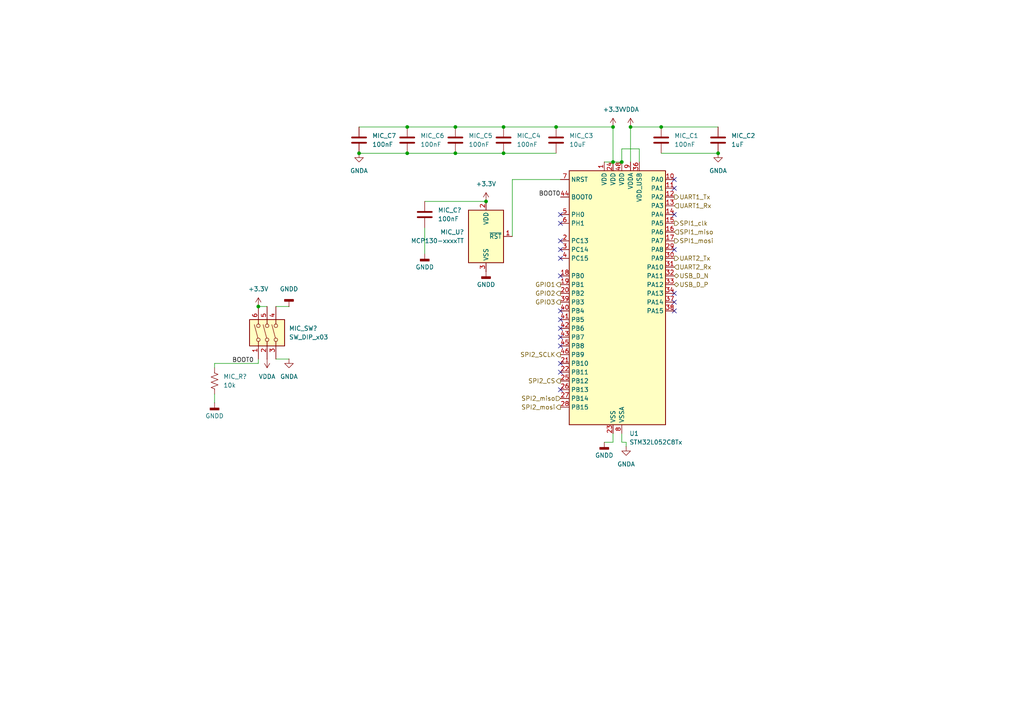
<source format=kicad_sch>
(kicad_sch (version 20231120) (generator "eeschema") (generator_version "8.0")
  (paper "A4")
  (lib_symbols
    (symbol "Device:C" (pin_numbers hide) (pin_names (offset 0.254))
      (property "Reference" "C" (at 0.635 2.54 0))
      (property "Value" "C" (at 0.635 -2.54 0))
      (symbol "C_0_1"
        (polyline (pts (xy -2.032 -0.762) (xy 2.032 -0.762)) (stroke (width 0.508)))
        (polyline (pts (xy -2.032 0.762) (xy 2.032 0.762)) (stroke (width 0.508)))
      )
      (symbol "C_1_1"
        (pin passive line (at 0 3.81 270) (length 2.794) (name "~") (number "1"))
        (pin passive line (at 0 -3.81 90) (length 2.794) (name "~") (number "2"))
      )
    )
    (symbol "Device:R_US" (pin_numbers hide) (pin_names (offset 0))
      (property "Reference" "R" (at 2.54 0 90))
      (property "Value" "R_US" (at -2.54 0 90))
      (symbol "R_US_0_1"
        (polyline (pts (xy 0 -2.286) (xy 0 -2.54)))
        (polyline (pts (xy 0 2.286) (xy 0 2.54)))
        (polyline (pts (xy 0 -0.762) (xy 1.016 -1.143) (xy 0 -1.524) (xy -1.016 -1.905) (xy 0 -2.286)))
        (polyline (pts (xy 0 0.762) (xy 1.016 0.381) (xy 0 0) (xy -1.016 -0.381) (xy 0 -0.762)))
        (polyline (pts (xy 0 2.286) (xy 1.016 1.905) (xy 0 1.524) (xy -1.016 1.143) (xy 0 0.762)))
      )
      (symbol "R_US_1_1"
        (pin passive line (at 0 3.81 270) (length 1.27) (name "~") (number "1"))
        (pin passive line (at 0 -3.81 90) (length 1.27) (name "~") (number "2"))
      )
    )
    (symbol "MCU_ST_STM32L0:STM32L052C8Tx"
      (property "Reference" "U" (at -12.7 39.37 0))
      (property "Value" "STM32L052C8Tx" (at 10.16 39.37 0))
      (symbol "STM32L052C8Tx_0_1"
        (rectangle (start -12.7 -35.56) (end 15.24 38.1) (stroke (width 0.254)) (fill (type background)))
      )
      (symbol "STM32L052C8Tx_1_1"
        (pin power_in line (at -2.54 40.64 270) (length 2.54) (name "VDD") (number "1"))
        (pin bidirectional line (at 17.78 35.56 180) (length 2.54) (name "PA0") (number "10"))
        (pin bidirectional line (at 17.78 33.02 180) (length 2.54) (name "PA1") (number "11"))
        (pin bidirectional line (at 17.78 30.48 180) (length 2.54) (name "PA2") (number "12"))
        (pin bidirectional line (at 17.78 27.94 180) (length 2.54) (name "PA3") (number "13"))
        (pin bidirectional line (at 17.78 25.4 180) (length 2.54) (name "PA4") (number "14"))
        (pin bidirectional line (at 17.78 22.86 180) (length 2.54) (name "PA5") (number "15"))
        (pin bidirectional line (at 17.78 20.32 180) (length 2.54) (name "PA6") (number "16"))
        (pin bidirectional line (at 17.78 17.78 180) (length 2.54) (name "PA7") (number "17"))
        (pin bidirectional line (at -15.24 7.62 0) (length 2.54) (name "PB0") (number "18"))
        (pin bidirectional line (at -15.24 5.08 0) (length 2.54) (name "PB1") (number "19"))
        (pin bidirectional line (at -15.24 17.78 0) (length 2.54) (name "PC13") (number "2"))
        (pin bidirectional line (at -15.24 2.54 0) (length 2.54) (name "PB2") (number "20"))
        (pin bidirectional line (at -15.24 -17.78 0) (length 2.54) (name "PB10") (number "21"))
        (pin bidirectional line (at -15.24 -20.32 0) (length 2.54) (name "PB11") (number "22"))
        (pin power_in line (at 0 -38.1 90) (length 2.54) (name "VSS") (number "23"))
        (pin power_in line (at 0 40.64 270) (length 2.54) (name "VDD") (number "24"))
        (pin bidirectional line (at -15.24 -22.86 0) (length 2.54) (name "PB12") (number "25"))
        (pin bidirectional line (at -15.24 -25.4 0) (length 2.54) (name "PB13") (number "26"))
        (pin bidirectional line (at -15.24 -27.94 0) (length 2.54) (name "PB14") (number "27"))
        (pin bidirectional line (at -15.24 -30.48 0) (length 2.54) (name "PB15") (number "28"))
        (pin bidirectional line (at 17.78 15.24 180) (length 2.54) (name "PA8") (number "29"))
        (pin bidirectional line (at -15.24 15.24 0) (length 2.54) (name "PC14") (number "3"))
        (pin bidirectional line (at 17.78 12.7 180) (length 2.54) (name "PA9") (number "30"))
        (pin bidirectional line (at 17.78 10.16 180) (length 2.54) (name "PA10") (number "31"))
        (pin bidirectional line (at 17.78 7.62 180) (length 2.54) (name "PA11") (number "32"))
        (pin bidirectional line (at 17.78 5.08 180) (length 2.54) (name "PA12") (number "33"))
        (pin bidirectional line (at 17.78 2.54 180) (length 2.54) (name "PA13") (number "34"))
        (pin passive line (at 0 -38.1 90) (length 2.54) hide (name "VSS") (number "35"))
        (pin power_in line (at 7.62 40.64 270) (length 2.54) (name "VDD_USB") (number "36"))
        (pin bidirectional line (at 17.78 0 180) (length 2.54) (name "PA14") (number "37"))
        (pin bidirectional line (at 17.78 -2.54 180) (length 2.54) (name "PA15") (number "38"))
        (pin bidirectional line (at -15.24 0 0) (length 2.54) (name "PB3") (number "39"))
        (pin bidirectional line (at -15.24 12.7 0) (length 2.54) (name "PC15") (number "4"))
        (pin bidirectional line (at -15.24 -2.54 0) (length 2.54) (name "PB4") (number "40"))
        (pin bidirectional line (at -15.24 -5.08 0) (length 2.54) (name "PB5") (number "41"))
        (pin bidirectional line (at -15.24 -7.62 0) (length 2.54) (name "PB6") (number "42"))
        (pin bidirectional line (at -15.24 -10.16 0) (length 2.54) (name "PB7") (number "43"))
        (pin input line (at -15.24 30.48 0) (length 2.54) (name "BOOT0") (number "44"))
        (pin bidirectional line (at -15.24 -12.7 0) (length 2.54) (name "PB8") (number "45"))
        (pin bidirectional line (at -15.24 -15.24 0) (length 2.54) (name "PB9") (number "46"))
        (pin passive line (at 0 -38.1 90) (length 2.54) hide (name "VSS") (number "47"))
        (pin power_in line (at 2.54 40.64 270) (length 2.54) (name "VDD") (number "48"))
        (pin bidirectional line (at -15.24 25.4 0) (length 2.54) (name "PH0") (number "5"))
        (pin bidirectional line (at -15.24 22.86 0) (length 2.54) (name "PH1") (number "6"))
        (pin input line (at -15.24 35.56 0) (length 2.54) (name "NRST") (number "7"))
        (pin power_in line (at 2.54 -38.1 90) (length 2.54) (name "VSSA") (number "8"))
        (pin power_in line (at 5.08 40.64 270) (length 2.54) (name "VDDA") (number "9"))
      )
    )
    (symbol "Power_Supervisor:MCP130-xxxxTT"
      (property "Reference" "U" (at -5.08 8.89 0))
      (property "Value" "MCP130-xxxxTT" (at 8.89 8.89 0))
      (symbol "MCP130-xxxxTT_0_1"
        (rectangle (start 5.08 7.62) (end -5.08 -7.62) (stroke (width 0.254)) (fill (type background)))
      )
      (symbol "MCP130-xxxxTT_1_1"
        (pin open_collector line (at 7.62 0 180) (length 2.54) (name "~{RST}") (number "1"))
        (pin power_in line (at 0 10.16 270) (length 2.54) (name "VDD") (number "2"))
        (pin power_in line (at 0 -10.16 90) (length 2.54) (name "VSS") (number "3"))
      )
    )
    (symbol "Switch:SW_DIP_x03" (pin_names (offset 0) hide)
      (property "Reference" "SW" (at 0 6.35 0))
      (property "Value" "SW_DIP_x03" (at 0 -6.35 0))
      (symbol "SW_DIP_x03_0_0"
        (circle (center -2.032 -2.54) (radius 0.508))
        (circle (center -2.032 0) (radius 0.508))
        (circle (center -2.032 2.54) (radius 0.508))
        (polyline (pts (xy -1.524 -2.413) (xy 2.3622 -1.3716)))
        (polyline (pts (xy -1.524 0.127) (xy 2.3622 1.1684)))
        (polyline (pts (xy -1.524 2.667) (xy 2.3622 3.7084)))
        (circle (center 2.032 -2.54) (radius 0.508))
        (circle (center 2.032 0) (radius 0.508))
        (circle (center 2.032 2.54) (radius 0.508))
      )
      (symbol "SW_DIP_x03_0_1"
        (rectangle (start -3.81 5.08) (end 3.81 -5.08) (stroke (width 0.254)) (fill (type background)))
      )
      (symbol "SW_DIP_x03_1_1"
        (pin passive line (at -7.62 2.54 0) (length 5.08) (name "~") (number "1"))
        (pin passive line (at -7.62 0 0) (length 5.08) (name "~") (number "2"))
        (pin passive line (at -7.62 -2.54 0) (length 5.08) (name "~") (number "3"))
        (pin passive line (at 7.62 -2.54 180) (length 5.08) (name "~") (number "4"))
        (pin passive line (at 7.62 0 180) (length 5.08) (name "~") (number "5"))
        (pin passive line (at 7.62 2.54 180) (length 5.08) (name "~") (number "6"))
      )
    )
    (symbol "power:+3.3V" (power) (pin_numbers hide) (pin_names (offset 0) hide)
      (property "Value" "+3.3V" (at 0 3.556 0))
      (symbol "+3.3V_0_1"
        (polyline (pts (xy -0.762 1.27) (xy 0 2.54)))
        (polyline (pts (xy 0 0) (xy 0 2.54)))
        (polyline (pts (xy 0 2.54) (xy 0.762 1.27)))
      )
      (symbol "+3.3V_1_1"
        (pin power_in line (at 0 0 90) (length 0) (name "~") (number "1"))
      )
    )
    (symbol "power:GNDA" (power) (pin_numbers hide) (pin_names (offset 0) hide)
      (property "Value" "GNDA" (at 0 -3.81 0))
      (symbol "GNDA_0_1"
        (polyline (pts (xy 0 0) (xy 0 -1.27) (xy 1.27 -1.27) (xy 0 -2.54) (xy -1.27 -1.27) (xy 0 -1.27)))
      )
      (symbol "GNDA_1_1"
        (pin power_in line (at 0 0 270) (length 0) (name "~") (number "1"))
      )
    )
    (symbol "power:GNDD" (power) (pin_numbers hide) (pin_names (offset 0) hide)
      (property "Value" "GNDD" (at 0 -3.175 0))
      (symbol "GNDD_0_1"
        (rectangle (start -1.27 -1.524) (end 1.27 -2.032) (stroke (width 0.254)) (fill (type outline)))
        (polyline (pts (xy 0 0) (xy 0 -1.524)))
      )
      (symbol "GNDD_1_1"
        (pin power_in line (at 0 0 270) (length 0) (name "~") (number "1"))
      )
    )
    (symbol "power:VDDA" (power) (pin_numbers hide) (pin_names (offset 0) hide)
      (property "Value" "VDDA" (at 0 3.556 0))
      (symbol "VDDA_0_1"
        (polyline (pts (xy -0.762 1.27) (xy 0 2.54)))
        (polyline (pts (xy 0 0) (xy 0 2.54)))
        (polyline (pts (xy 0 2.54) (xy 0.762 1.27)))
      )
      (symbol "VDDA_1_1"
        (pin power_in line (at 0 0 90) (length 0) (name "~") (number "1"))
      )
    )
  )
  (junction (at 191.77 36.83))
  (junction (at 177.8 46.99))
  (junction (at 132.08 44.45))
  (junction (at 182.88 36.83))
  (junction (at 140.97 58.42))
  (junction (at 146.05 44.45))
  (junction (at 118.11 36.83))
  (junction (at 132.08 36.83))
  (junction (at 74.93 88.9))
  (junction (at 161.29 36.83))
  (junction (at 146.05 36.83))
  (junction (at 180.34 46.99))
  (junction (at 104.14 44.45))
  (junction (at 118.11 44.45))
  (junction (at 177.8 36.83))
  (junction (at 208.28 44.45))
  (no_connect (at 195.58 52.07))
  (no_connect (at 195.58 54.61))
  (no_connect (at 162.56 62.23))
  (no_connect (at 162.56 64.77))
  (no_connect (at 162.56 72.39))
  (no_connect (at 162.56 69.85))
  (no_connect (at 162.56 90.17))
  (no_connect (at 162.56 97.79))
  (no_connect (at 195.58 87.63))
  (no_connect (at 162.56 100.33))
  (no_connect (at 162.56 105.41))
  (no_connect (at 162.56 80.01))
  (no_connect (at 195.58 90.17))
  (no_connect (at 162.56 107.95))
  (no_connect (at 162.56 74.93))
  (no_connect (at 162.56 95.25))
  (no_connect (at 195.58 62.23))
  (no_connect (at 162.56 113.03))
  (no_connect (at 195.58 72.39))
  (no_connect (at 195.58 85.09))
  (no_connect (at 162.56 92.71))
  (wire (pts (xy 148.59 52.07) (xy 148.59 68.58)))
  (wire (pts (xy 132.08 44.45) (xy 146.05 44.45)))
  (wire (pts (xy 180.34 125.73) (xy 180.34 128.27)))
  (wire (pts (xy 177.8 46.99) (xy 180.34 46.99)))
  (wire (pts (xy 175.26 128.27) (xy 177.8 128.27)))
  (wire (pts (xy 104.14 36.83) (xy 118.11 36.83)))
  (wire (pts (xy 146.05 44.45) (xy 161.29 44.45)))
  (wire (pts (xy 146.05 36.83) (xy 161.29 36.83)))
  (wire (pts (xy 185.42 43.18) (xy 180.34 43.18)))
  (wire (pts (xy 123.19 58.42) (xy 140.97 58.42)))
  (wire (pts (xy 148.59 52.07) (xy 162.56 52.07)))
  (wire (pts (xy 180.34 43.18) (xy 180.34 46.99)))
  (wire (pts (xy 62.23 105.41) (xy 74.93 105.41)))
  (wire (pts (xy 132.08 36.83) (xy 146.05 36.83)))
  (wire (pts (xy 191.77 44.45) (xy 208.28 44.45)))
  (wire (pts (xy 118.11 44.45) (xy 132.08 44.45)))
  (wire (pts (xy 181.61 128.27) (xy 181.61 129.54)))
  (wire (pts (xy 80.01 104.14) (xy 83.82 104.14)))
  (wire (pts (xy 118.11 36.83) (xy 132.08 36.83)))
  (wire (pts (xy 83.82 88.9) (xy 80.01 88.9)))
  (wire (pts (xy 62.23 116.84) (xy 62.23 114.3)))
  (wire (pts (xy 74.93 88.9) (xy 77.47 88.9)))
  (wire (pts (xy 177.8 128.27) (xy 177.8 125.73)))
  (wire (pts (xy 104.14 44.45) (xy 118.11 44.45)))
  (wire (pts (xy 161.29 36.83) (xy 177.8 36.83)))
  (wire (pts (xy 74.93 104.14) (xy 74.93 105.41)))
  (wire (pts (xy 177.8 36.83) (xy 177.8 46.99)))
  (wire (pts (xy 191.77 36.83) (xy 208.28 36.83)))
  (wire (pts (xy 123.19 73.66) (xy 123.19 66.04)))
  (wire (pts (xy 185.42 46.99) (xy 185.42 43.18)))
  (wire (pts (xy 62.23 105.41) (xy 62.23 106.68)))
  (wire (pts (xy 180.34 128.27) (xy 181.61 128.27)))
  (wire (pts (xy 182.88 36.83) (xy 182.88 46.99)))
  (wire (pts (xy 182.88 36.83) (xy 191.77 36.83)))
  (wire (pts (xy 175.26 46.99) (xy 177.8 46.99)))
  (label "BOOT0" (at 67.31 105.41 0))
  (label "BOOT0" (at 162.56 57.15 180))
  (hierarchical_label "SPI1_mosi" (shape output) (at 195.58 69.85 0))
  (hierarchical_label "GPIO3" (shape output) (at 162.56 87.63 180))
  (hierarchical_label "SPI2_mosi" (shape output) (at 162.56 118.11 180))
  (hierarchical_label "UART2_Rx" (shape input) (at 195.58 77.47 0))
  (hierarchical_label "USB_D_P" (shape bidirectional) (at 195.58 82.55 0))
  (hierarchical_label "SPI2_miso" (shape input) (at 162.56 115.57 180))
  (hierarchical_label "USB_D_N" (shape bidirectional) (at 195.58 80.01 0))
  (hierarchical_label "UART1_Rx" (shape input) (at 195.58 59.69 0))
  (hierarchical_label "UART2_Tx" (shape output) (at 195.58 74.93 0))
  (hierarchical_label "SPI2_CS" (shape output) (at 162.56 110.49 180))
  (hierarchical_label "SPI1_miso" (shape input) (at 195.58 67.31 0))
  (hierarchical_label "GPIO2" (shape output) (at 162.56 85.09 180))
  (hierarchical_label "GPIO1" (shape output) (at 162.56 82.55 180))
  (hierarchical_label "SPI2_SCLK" (shape output) (at 162.56 102.87 180))
  (hierarchical_label "SPI1_clk" (shape output) (at 195.58 64.77 0))
  (hierarchical_label "UART1_Tx" (shape output) (at 195.58 57.15 0))
  (symbol (lib_id "power:+3.3V") (at 177.8 36.83 0) (unit 1)
    (property "Reference" "#PWR04" (effects (hide yes)))
    (property "Value" "+3.3V" (at 177.8 31.75 0))
    (property "Description" "Power symbol creates a global label with name \"+3.3V\"" (effects (hide yes)))
  )
  (symbol (lib_id "power:GNDA") (at 208.28 44.45 0) (unit 1)
    (property "Reference" "#PWR05" (effects (hide yes)))
    (property "Value" "GNDA" (at 208.28 49.53 0))
    (property "Description" "Power symbol creates a global label with name \"GNDA\" , analog ground" (effects (hide yes)))
  )
  (symbol (lib_id "power:GNDD") (at 140.97 78.74 0) (unit 1)
    (property "Reference" "#PWR?" (effects (hide yes)))
    (property "Value" "GNDD" (at 140.97 82.55 0))
    (property "Description" "Power symbol creates a global label with name \"GNDD\" , digital ground" (effects (hide yes)))
  )
  (symbol (lib_id "power:VDDA") (at 182.88 36.83 0) (unit 1)
    (property "Reference" "#PWR03" (effects (hide yes)))
    (property "Value" "VDDA" (at 182.88 31.75 0))
    (property "Description" "Power symbol creates a global label with name \"VDDA\"" (effects (hide yes)))
  )
  (symbol (lib_id "Device:C") (at 118.11 40.64 0) (unit 1)
    (property "Reference" "MIC_C6" (at 121.92 39.3699 0) (effects (justify left)))
    (property "Value" "100nF" (at 121.92 41.9099 0) (effects (justify left)))
    (property "Footprint" "Capacitor_SMD:C_0603_1608Metric_Pad1.08x0.95mm_HandSolder" (effects (hide yes)))
    (property "Description" "Unpolarized capacitor" (effects (hide yes)))
  )
  (symbol (lib_id "Device:C") (at 104.14 40.64 0) (unit 1)
    (property "Reference" "MIC_C7" (at 107.95 39.3699 0) (effects (justify left)))
    (property "Value" "100nF" (at 107.95 41.9099 0) (effects (justify left)))
    (property "Footprint" "Capacitor_SMD:C_0603_1608Metric_Pad1.08x0.95mm_HandSolder" (effects (hide yes)))
    (property "Description" "Unpolarized capacitor" (effects (hide yes)))
  )
  (symbol (lib_id "Device:C") (at 123.19 62.23 0) (unit 1)
    (property "Reference" "MIC_C?" (at 127 60.9599 0) (effects (justify left)))
    (property "Value" "100nF" (at 127 63.4999 0) (effects (justify left)))
    (property "Footprint" "Capacitor_SMD:C_0603_1608Metric_Pad1.08x0.95mm_HandSolder" (effects (hide yes)))
    (property "Description" "Unpolarized capacitor" (effects (hide yes)))
  )
  (symbol (lib_id "power:GNDA") (at 104.14 44.45 0) (unit 1)
    (property "Reference" "#PWR06" (effects (hide yes)))
    (property "Value" "GNDA" (at 104.14 49.53 0))
    (property "Description" "Power symbol creates a global label with name \"GNDA\" , analog ground" (effects (hide yes)))
  )
  (symbol (lib_id "Device:C") (at 208.28 40.64 0) (unit 1)
    (property "Reference" "MIC_C2" (at 212.09 39.3699 0) (effects (justify left)))
    (property "Value" "1uF" (at 212.09 41.9099 0) (effects (justify left)))
    (property "Footprint" "Capacitor_SMD:C_0603_1608Metric_Pad1.08x0.95mm_HandSolder" (effects (hide yes)))
    (property "Description" "Unpolarized capacitor" (effects (hide yes)))
  )
  (symbol (lib_id "power:GNDA") (at 181.61 129.54 0) (unit 1)
    (property "Reference" "#PWR02" (effects (hide yes)))
    (property "Value" "GNDA" (at 181.61 134.62 0))
    (property "Description" "Power symbol creates a global label with name \"GNDA\" , analog ground" (effects (hide yes)))
  )
  (symbol (lib_id "Device:C") (at 132.08 40.64 0) (unit 1)
    (property "Reference" "MIC_C5" (at 135.89 39.3699 0) (effects (justify left)))
    (property "Value" "100nF" (at 135.89 41.9099 0) (effects (justify left)))
    (property "Footprint" "Capacitor_SMD:C_0603_1608Metric_Pad1.08x0.95mm_HandSolder" (effects (hide yes)))
    (property "Description" "Unpolarized capacitor" (effects (hide yes)))
  )
  (symbol (lib_id "Device:C") (at 191.77 40.64 0) (unit 1)
    (property "Reference" "MIC_C1" (at 195.58 39.3699 0) (effects (justify left)))
    (property "Value" "100nF" (at 195.58 41.9099 0) (effects (justify left)))
    (property "Footprint" "Capacitor_SMD:C_0603_1608Metric_Pad1.08x0.95mm_HandSolder" (effects (hide yes)))
    (property "Description" "Unpolarized capacitor" (effects (hide yes)))
  )
  (symbol (lib_id "power:GNDD") (at 123.19 73.66 0) (unit 1)
    (property "Reference" "#PWR?" (effects (hide yes)))
    (property "Value" "GNDD" (at 123.19 77.47 0))
    (property "Description" "Power symbol creates a global label with name \"GNDD\" , digital ground" (effects (hide yes)))
  )
  (symbol (lib_id "power:+3.3V") (at 74.93 88.9 0) (mirror y) (unit 1)
    (property "Reference" "#PWR?" (effects (hide yes)))
    (property "Value" "+3.3V" (at 74.93 83.82 0))
    (property "Description" "Power symbol creates a global label with name \"+3.3V\"" (effects (hide yes)))
  )
  (symbol (lib_id "power:GNDA") (at 83.82 104.14 0) (unit 1)
    (property "Reference" "#PWR?" (effects (hide yes)))
    (property "Value" "GNDA" (at 83.82 109.22 0))
    (property "Description" "Power symbol creates a global label with name \"GNDA\" , analog ground" (effects (hide yes)))
  )
  (symbol (lib_id "Switch:SW_DIP_x03") (at 77.47 96.52 90) (unit 1)
    (property "Reference" "MIC_SW?" (at 83.82 95.2499 90) (effects (justify right)))
    (property "Value" "SW_DIP_x03" (at 83.82 97.7899 90) (effects (justify right)))
    (property "Footprint" "Button_Switch_THT:SW_DIP_SPSTx03_Slide_9.78x9.8mm_W7.62mm_P2.54mm" (effects (hide yes)))
    (property "Description" "3x DIP Switch, Single Pole Single Throw (SPST) switch, small symbol" (effects (hide yes)))
  )
  (symbol (lib_id "power:+3.3V") (at 140.97 58.42 0) (unit 1)
    (property "Reference" "#PWR?" (effects (hide yes)))
    (property "Value" "+3.3V" (at 140.97 53.34 0))
    (property "Description" "Power symbol creates a global label with name \"+3.3V\"" (effects (hide yes)))
  )
  (symbol (lib_id "power:GNDD") (at 83.82 88.9 180) (unit 1)
    (property "Reference" "#PWR?" (effects (hide yes)))
    (property "Value" "GNDD" (at 83.82 83.82 0))
    (property "Description" "Power symbol creates a global label with name \"GNDD\" , digital ground" (effects (hide yes)))
  )
  (symbol (lib_id "Device:R_US") (at 62.23 110.49 0) (unit 1)
    (property "Reference" "MIC_R?" (at 64.77 109.2199 0) (effects (justify left)))
    (property "Value" "10k" (at 64.77 111.7599 0) (effects (justify left)))
    (property "Footprint" "Resistor_SMD:R_0603_1608Metric_Pad0.98x0.95mm_HandSolder" (effects (hide yes)))
    (property "Description" "Resistor, US symbol" (effects (hide yes)))
  )
  (symbol (lib_id "power:VDDA") (at 77.47 104.14 180) (unit 1)
    (property "Reference" "#PWR?" (effects (hide yes)))
    (property "Value" "VDDA" (at 77.47 109.22 0))
    (property "Description" "Power symbol creates a global label with name \"VDDA\"" (effects (hide yes)))
  )
  (symbol (lib_id "power:GNDD") (at 175.26 128.27 0) (unit 1)
    (property "Reference" "#PWR01" (effects (hide yes)))
    (property "Value" "GNDD" (at 175.26 132.08 0))
    (property "Description" "Power symbol creates a global label with name \"GNDD\" , digital ground" (effects (hide yes)))
  )
  (symbol (lib_id "Device:C") (at 146.05 40.64 0) (unit 1)
    (property "Reference" "MIC_C4" (at 149.86 39.3699 0) (effects (justify left)))
    (property "Value" "100nF" (at 149.86 41.9099 0) (effects (justify left)))
    (property "Footprint" "Capacitor_SMD:C_0603_1608Metric_Pad1.08x0.95mm_HandSolder" (effects (hide yes)))
    (property "Description" "Unpolarized capacitor" (effects (hide yes)))
  )
  (symbol (lib_id "Power_Supervisor:MCP130-xxxxTT") (at 140.97 68.58 0) (unit 1)
    (property "Reference" "MIC_U?" (at 134.62 67.3099 0) (effects (justify right)))
    (property "Value" "MCP130-xxxxTT" (at 134.62 69.8499 0) (effects (justify right)))
    (property "Footprint" "Package_TO_SOT_SMD:SOT-23" (effects (hide yes)))
    (property "Datasheet" "http://ww1.microchip.com/downloads/en/DeviceDoc/11184d.pdf" (effects (hide yes)))
    (property "Description" "Microcontroller supervisory circuit with internal 5 kΩ pull-up, SOT-23" (effects (hide yes)))
  )
  (symbol (lib_id "power:GNDD") (at 62.23 116.84 0) (unit 1)
    (property "Reference" "#PWR?" (effects (hide yes)))
    (property "Value" "GNDD" (at 62.23 120.65 0))
    (property "Description" "Power symbol creates a global label with name \"GNDD\" , digital ground" (effects (hide yes)))
  )
  (symbol (lib_id "MCU_ST_STM32L0:STM32L052C8Tx") (at 177.8 87.63 0) (unit 1)
    (property "Reference" "U1" (at 182.5341 125.73 0) (effects (justify left)))
    (property "Value" "STM32L052C8Tx" (at 182.5341 128.27 0) (effects (justify left)))
    (property "Footprint" "Package_QFP:LQFP-48_7x7mm_P0.5mm" (effects (hide yes)))
    (property "Datasheet" "https://www.st.com/resource/en/datasheet/stm32l052c8.pdf" (effects (hide yes)))
    (property "Description" "STMicroelectronics Arm Cortex-M0+ MCU, 64KB flash, 8KB RAM, 32 MHz, 1.65-3.6V, 37 GPIO, LQFP48" (effects (hide yes)))
  )
  (symbol (lib_id "Device:C") (at 161.29 40.64 0) (unit 1)
    (property "Reference" "MIC_C3" (at 165.1 39.3699 0) (effects (justify left)))
    (property "Value" "10uF" (at 165.1 41.9099 0) (effects (justify left)))
    (property "Footprint" "Capacitor_SMD:C_0603_1608Metric_Pad1.08x0.95mm_HandSolder" (effects (hide yes)))
    (property "Description" "Unpolarized capacitor" (effects (hide yes)))
  )
)
</source>
